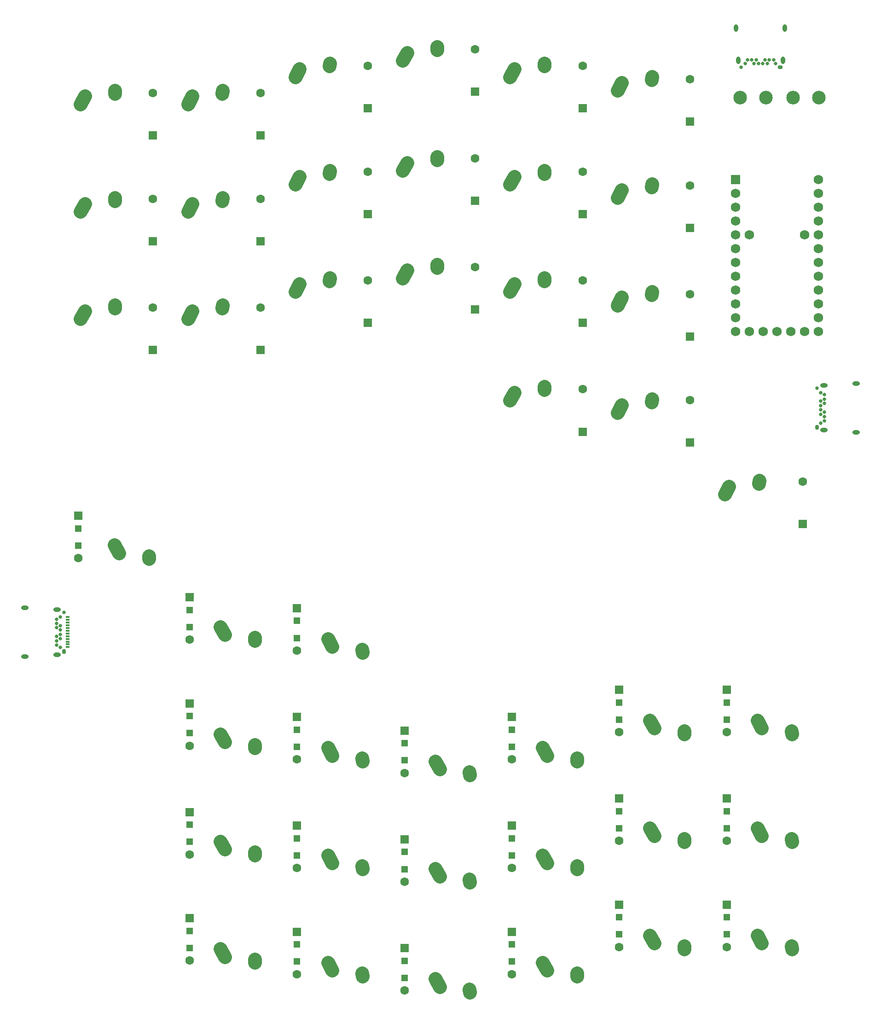
<source format=gbr>
G04 #@! TF.FileFunction,Soldermask,Top*
%FSLAX46Y46*%
G04 Gerber Fmt 4.6, Leading zero omitted, Abs format (unit mm)*
G04 Created by KiCad (PCBNEW 4.0.7) date Thu Mar 29 21:24:39 2018*
%MOMM*%
%LPD*%
G01*
G04 APERTURE LIST*
%ADD10C,0.100000*%
%ADD11O,0.800000X1.400000*%
%ADD12O,0.950000X0.650000*%
%ADD13C,0.650000*%
%ADD14O,1.400000X0.800000*%
%ADD15R,0.700000X0.300000*%
%ADD16O,0.650000X0.950000*%
%ADD17C,2.500000*%
%ADD18R,1.600000X1.600000*%
%ADD19C,1.600000*%
%ADD20R,1.752600X1.752600*%
%ADD21C,1.752600*%
%ADD22R,1.200000X1.200000*%
%ADD23C,2.500000*%
G04 APERTURE END LIST*
D10*
D11*
X146370000Y-26110000D03*
X154630000Y-26110000D03*
X154990000Y-20160000D03*
X146010000Y-20160000D03*
D12*
X154100000Y-27360000D03*
D13*
X146900000Y-27360000D03*
X153300000Y-26710000D03*
X151700000Y-26710000D03*
X150900000Y-26710000D03*
X150100000Y-26710000D03*
X149300000Y-26710000D03*
X147700000Y-26710000D03*
X152900000Y-26010000D03*
X152100000Y-26010000D03*
X151300000Y-26010000D03*
X149700000Y-26010000D03*
X148900000Y-26010000D03*
X148100000Y-26010000D03*
D14*
X21110000Y-127120000D03*
D15*
X23020000Y-128500000D03*
X23020000Y-129000000D03*
X23020000Y-129500000D03*
X23020000Y-130000000D03*
X23020000Y-130500000D03*
X23020000Y-131000000D03*
X23020000Y-131500000D03*
X23020000Y-134000000D03*
X23020000Y-133000000D03*
X23020000Y-132500000D03*
X23020000Y-132000000D03*
X23020000Y-133500000D03*
D14*
X21110000Y-135380000D03*
X15160000Y-135740000D03*
X15160000Y-126760000D03*
D16*
X22360000Y-134850000D03*
D13*
X22360000Y-127650000D03*
X21710000Y-134050000D03*
X21710000Y-132450000D03*
X21710000Y-131650000D03*
X21710000Y-130850000D03*
X21710000Y-130050000D03*
X21710000Y-128450000D03*
X21010000Y-133650000D03*
X21010000Y-132850000D03*
X21010000Y-132050000D03*
X21010000Y-130450000D03*
X21010000Y-129650000D03*
X21010000Y-128850000D03*
D17*
X144750453Y-104500046D02*
X143939547Y-105959954D01*
X150289724Y-103420672D02*
X150250276Y-103999328D01*
X26250453Y-72250046D02*
X25439547Y-73709954D01*
X31789724Y-71170672D02*
X31750276Y-71749328D01*
D18*
X38750000Y-39900000D03*
D19*
X38750000Y-32100000D03*
D18*
X58500000Y-39900000D03*
D19*
X58500000Y-32100000D03*
D18*
X78250000Y-34900000D03*
D19*
X78250000Y-27100000D03*
D18*
X98000000Y-31900000D03*
D19*
X98000000Y-24100000D03*
D18*
X117750000Y-34900000D03*
D19*
X117750000Y-27100000D03*
D18*
X137500000Y-37400000D03*
D19*
X137500000Y-29600000D03*
D18*
X38750000Y-59400000D03*
D19*
X38750000Y-51600000D03*
D18*
X58500000Y-59400000D03*
D19*
X58500000Y-51600000D03*
D18*
X78250000Y-54400000D03*
D19*
X78250000Y-46600000D03*
D18*
X98000000Y-51900000D03*
D19*
X98000000Y-44100000D03*
D18*
X117750000Y-54400000D03*
D19*
X117750000Y-46600000D03*
D18*
X137500000Y-56900000D03*
D19*
X137500000Y-49100000D03*
D18*
X38750000Y-79400000D03*
D19*
X38750000Y-71600000D03*
D18*
X58500000Y-79400000D03*
D19*
X58500000Y-71600000D03*
D18*
X78250000Y-74400000D03*
D19*
X78250000Y-66600000D03*
D18*
X98000000Y-71900000D03*
D19*
X98000000Y-64100000D03*
D18*
X117750000Y-74400000D03*
D19*
X117750000Y-66600000D03*
D18*
X137500000Y-76900000D03*
D19*
X137500000Y-69100000D03*
D18*
X117750000Y-94400000D03*
D19*
X117750000Y-86600000D03*
D18*
X137500000Y-96400000D03*
D19*
X137500000Y-88600000D03*
D18*
X158250000Y-111400000D03*
D19*
X158250000Y-103600000D03*
D14*
X162140000Y-85870000D03*
X162140000Y-94130000D03*
X168090000Y-94490000D03*
X168090000Y-85510000D03*
D16*
X160890000Y-93600000D03*
D13*
X160890000Y-86400000D03*
X161540000Y-92800000D03*
X161540000Y-91200000D03*
X161540000Y-90400000D03*
X161540000Y-89600000D03*
X161540000Y-88800000D03*
X161540000Y-87200000D03*
X162240000Y-92400000D03*
X162240000Y-91600000D03*
X162240000Y-90800000D03*
X162240000Y-89200000D03*
X162240000Y-88400000D03*
X162240000Y-87600000D03*
D17*
X26250453Y-32750046D02*
X25439547Y-34209954D01*
X31789724Y-31670672D02*
X31750276Y-32249328D01*
X46000453Y-32750046D02*
X45189547Y-34209954D01*
X51539724Y-31670672D02*
X51500276Y-32249328D01*
X65750453Y-27750046D02*
X64939547Y-29209954D01*
X71289724Y-26670672D02*
X71250276Y-27249328D01*
X85500453Y-24750046D02*
X84689547Y-26209954D01*
X91039724Y-23670672D02*
X91000276Y-24249328D01*
X105250453Y-27750046D02*
X104439547Y-29209954D01*
X110789724Y-26670672D02*
X110750276Y-27249328D01*
X125000453Y-30250046D02*
X124189547Y-31709954D01*
X130539724Y-29170672D02*
X130500276Y-29749328D01*
X26250453Y-52500046D02*
X25439547Y-53959954D01*
X31789724Y-51420672D02*
X31750276Y-51999328D01*
X46000453Y-52500046D02*
X45189547Y-53959954D01*
X51539724Y-51420672D02*
X51500276Y-51999328D01*
X65750453Y-47500046D02*
X64939547Y-48959954D01*
X71289724Y-46420672D02*
X71250276Y-46999328D01*
X85500453Y-45000046D02*
X84689547Y-46459954D01*
X91039724Y-43920672D02*
X91000276Y-44499328D01*
X105250453Y-47500046D02*
X104439547Y-48959954D01*
X110789724Y-46420672D02*
X110750276Y-46999328D01*
X125000453Y-50000046D02*
X124189547Y-51459954D01*
X130539724Y-48920672D02*
X130500276Y-49499328D01*
X46000453Y-72250046D02*
X45189547Y-73709954D01*
X51539724Y-71170672D02*
X51500276Y-71749328D01*
X65750453Y-67250046D02*
X64939547Y-68709954D01*
X71289724Y-66170672D02*
X71250276Y-66749328D01*
X85500453Y-64750046D02*
X84689547Y-66209954D01*
X91039724Y-63670672D02*
X91000276Y-64249328D01*
X105250453Y-67250046D02*
X104439547Y-68709954D01*
X110789724Y-66170672D02*
X110750276Y-66749328D01*
X125000453Y-69750046D02*
X124189547Y-71209954D01*
X130539724Y-68670672D02*
X130500276Y-69249328D01*
X105250453Y-87250046D02*
X104439547Y-88709954D01*
X110789724Y-86170672D02*
X110750276Y-86749328D01*
X125000453Y-89500046D02*
X124189547Y-90959954D01*
X130539724Y-88420672D02*
X130500276Y-88999328D01*
D20*
X145880000Y-48030000D03*
D21*
X145880000Y-50570000D03*
X145880000Y-53110000D03*
X145880000Y-55650000D03*
X145880000Y-58190000D03*
X145880000Y-60730000D03*
X145880000Y-63270000D03*
X145880000Y-65810000D03*
X145880000Y-68350000D03*
X145880000Y-70890000D03*
X145880000Y-73430000D03*
X145880000Y-75970000D03*
X148420000Y-75970000D03*
X150960000Y-75970000D03*
X153500000Y-75970000D03*
X156040000Y-75970000D03*
X158580000Y-75970000D03*
X161120000Y-75970000D03*
X161120000Y-73430000D03*
X161120000Y-70890000D03*
X161120000Y-68350000D03*
X161120000Y-65810000D03*
X161120000Y-63270000D03*
X161120000Y-60730000D03*
X161120000Y-58190000D03*
X161120000Y-55650000D03*
X161120000Y-53110000D03*
X161120000Y-50570000D03*
X161120000Y-48030000D03*
X158580000Y-58190000D03*
X148420000Y-58190000D03*
D22*
X45500000Y-189325000D03*
X45500000Y-186175000D03*
D18*
X45500000Y-183850000D03*
D19*
X45500000Y-191650000D03*
D22*
X65250000Y-191825000D03*
X65250000Y-188675000D03*
D18*
X65250000Y-186350000D03*
D19*
X65250000Y-194150000D03*
D22*
X85000000Y-194825000D03*
X85000000Y-191675000D03*
D18*
X85000000Y-189350000D03*
D19*
X85000000Y-197150000D03*
D22*
X104750000Y-191825000D03*
X104750000Y-188675000D03*
D18*
X104750000Y-186350000D03*
D19*
X104750000Y-194150000D03*
D22*
X124500000Y-186825000D03*
X124500000Y-183675000D03*
D18*
X124500000Y-181350000D03*
D19*
X124500000Y-189150000D03*
D22*
X144250000Y-186825000D03*
X144250000Y-183675000D03*
D18*
X144250000Y-181350000D03*
D19*
X144250000Y-189150000D03*
D22*
X45500000Y-169825000D03*
X45500000Y-166675000D03*
D18*
X45500000Y-164350000D03*
D19*
X45500000Y-172150000D03*
D22*
X65250000Y-172325000D03*
X65250000Y-169175000D03*
D18*
X65250000Y-166850000D03*
D19*
X65250000Y-174650000D03*
D22*
X85000000Y-174825000D03*
X85000000Y-171675000D03*
D18*
X85000000Y-169350000D03*
D19*
X85000000Y-177150000D03*
D22*
X104750000Y-172325000D03*
X104750000Y-169175000D03*
D18*
X104750000Y-166850000D03*
D19*
X104750000Y-174650000D03*
D22*
X124500000Y-167325000D03*
X124500000Y-164175000D03*
D18*
X124500000Y-161850000D03*
D19*
X124500000Y-169650000D03*
D22*
X144250000Y-167325000D03*
X144250000Y-164175000D03*
D18*
X144250000Y-161850000D03*
D19*
X144250000Y-169650000D03*
D22*
X45500000Y-149825000D03*
X45500000Y-146675000D03*
D18*
X45500000Y-144350000D03*
D19*
X45500000Y-152150000D03*
D22*
X65250000Y-152325000D03*
X65250000Y-149175000D03*
D18*
X65250000Y-146850000D03*
D19*
X65250000Y-154650000D03*
D22*
X85000000Y-154825000D03*
X85000000Y-151675000D03*
D18*
X85000000Y-149350000D03*
D19*
X85000000Y-157150000D03*
D22*
X104750000Y-152325000D03*
X104750000Y-149175000D03*
D18*
X104750000Y-146850000D03*
D19*
X104750000Y-154650000D03*
D22*
X124500000Y-147325000D03*
X124500000Y-144175000D03*
D18*
X124500000Y-141850000D03*
D19*
X124500000Y-149650000D03*
D22*
X144250000Y-147325000D03*
X144250000Y-144175000D03*
D18*
X144250000Y-141850000D03*
D19*
X144250000Y-149650000D03*
D22*
X45500000Y-130325000D03*
X45500000Y-127175000D03*
D18*
X45500000Y-124850000D03*
D19*
X45500000Y-132650000D03*
D22*
X65250000Y-132325000D03*
X65250000Y-129175000D03*
D18*
X65250000Y-126850000D03*
D19*
X65250000Y-134650000D03*
D22*
X25000000Y-115325000D03*
X25000000Y-112175000D03*
D18*
X25000000Y-109850000D03*
D19*
X25000000Y-117650000D03*
D17*
X51189547Y-189540046D02*
X52000453Y-190999954D01*
X57500276Y-191500672D02*
X57539724Y-192079328D01*
X70939547Y-192040046D02*
X71750453Y-193499954D01*
X77250276Y-194000672D02*
X77289724Y-194579328D01*
X90689547Y-195040046D02*
X91500453Y-196499954D01*
X97000276Y-197000672D02*
X97039724Y-197579328D01*
X110439547Y-192040046D02*
X111250453Y-193499954D01*
X116750276Y-194000672D02*
X116789724Y-194579328D01*
X130189547Y-187040046D02*
X131000453Y-188499954D01*
X136500276Y-189000672D02*
X136539724Y-189579328D01*
X149939547Y-187040046D02*
X150750453Y-188499954D01*
X156250276Y-189000672D02*
X156289724Y-189579328D01*
X51189547Y-169790046D02*
X52000453Y-171249954D01*
X57500276Y-171750672D02*
X57539724Y-172329328D01*
X70939547Y-172290046D02*
X71750453Y-173749954D01*
X77250276Y-174250672D02*
X77289724Y-174829328D01*
X90689547Y-174790046D02*
X91500453Y-176249954D01*
X97000276Y-176750672D02*
X97039724Y-177329328D01*
X110439547Y-172290046D02*
X111250453Y-173749954D01*
X116750276Y-174250672D02*
X116789724Y-174829328D01*
X130189547Y-167290046D02*
X131000453Y-168749954D01*
X136500276Y-169250672D02*
X136539724Y-169829328D01*
X149939547Y-167290046D02*
X150750453Y-168749954D01*
X156250276Y-169250672D02*
X156289724Y-169829328D01*
X51189547Y-150040046D02*
X52000453Y-151499954D01*
X57500276Y-152000672D02*
X57539724Y-152579328D01*
X70939547Y-152540046D02*
X71750453Y-153999954D01*
X77250276Y-154500672D02*
X77289724Y-155079328D01*
X90689547Y-155040046D02*
X91500453Y-156499954D01*
X97000276Y-157000672D02*
X97039724Y-157579328D01*
X110439547Y-152540046D02*
X111250453Y-153999954D01*
X116750276Y-154500672D02*
X116789724Y-155079328D01*
X130189547Y-147540046D02*
X131000453Y-148999954D01*
X136500276Y-149500672D02*
X136539724Y-150079328D01*
X149939547Y-147540046D02*
X150750453Y-148999954D01*
X156250276Y-149500672D02*
X156289724Y-150079328D01*
X51189547Y-130290046D02*
X52000453Y-131749954D01*
X57500276Y-132250672D02*
X57539724Y-132829328D01*
X70939547Y-132540046D02*
X71750453Y-133999954D01*
X77250276Y-134500672D02*
X77289724Y-135079328D01*
X31689547Y-115290046D02*
X32500453Y-116749954D01*
X38000276Y-117250672D02*
X38039724Y-117829328D01*
D23*
X146750000Y-33000000D03*
X151500000Y-33000000D03*
X156500000Y-33000000D03*
X161250000Y-33000000D03*
M02*

</source>
